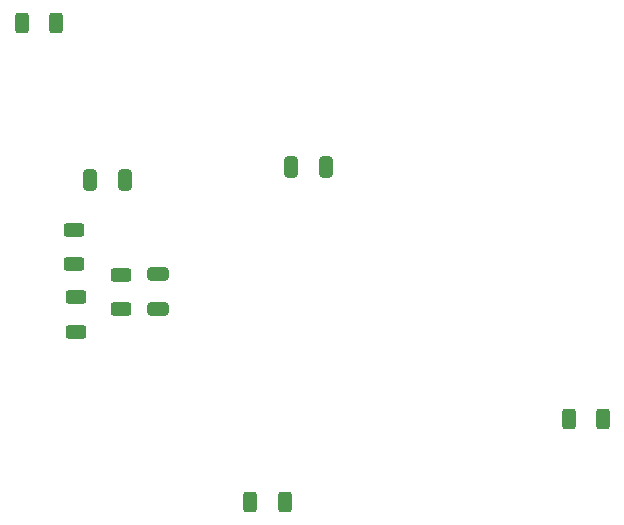
<source format=gbr>
%TF.GenerationSoftware,KiCad,Pcbnew,8.0.9*%
%TF.CreationDate,2025-04-23T17:18:56+02:00*%
%TF.ProjectId,Dijous_D_Combustible,44696a6f-7573-45f4-945f-436f6d627573,rev?*%
%TF.SameCoordinates,Original*%
%TF.FileFunction,Paste,Bot*%
%TF.FilePolarity,Positive*%
%FSLAX46Y46*%
G04 Gerber Fmt 4.6, Leading zero omitted, Abs format (unit mm)*
G04 Created by KiCad (PCBNEW 8.0.9) date 2025-04-23 17:18:56*
%MOMM*%
%LPD*%
G01*
G04 APERTURE LIST*
G04 Aperture macros list*
%AMRoundRect*
0 Rectangle with rounded corners*
0 $1 Rounding radius*
0 $2 $3 $4 $5 $6 $7 $8 $9 X,Y pos of 4 corners*
0 Add a 4 corners polygon primitive as box body*
4,1,4,$2,$3,$4,$5,$6,$7,$8,$9,$2,$3,0*
0 Add four circle primitives for the rounded corners*
1,1,$1+$1,$2,$3*
1,1,$1+$1,$4,$5*
1,1,$1+$1,$6,$7*
1,1,$1+$1,$8,$9*
0 Add four rect primitives between the rounded corners*
20,1,$1+$1,$2,$3,$4,$5,0*
20,1,$1+$1,$4,$5,$6,$7,0*
20,1,$1+$1,$6,$7,$8,$9,0*
20,1,$1+$1,$8,$9,$2,$3,0*%
G04 Aperture macros list end*
%ADD10RoundRect,0.250000X0.312500X0.625000X-0.312500X0.625000X-0.312500X-0.625000X0.312500X-0.625000X0*%
%ADD11RoundRect,0.250000X0.625000X-0.312500X0.625000X0.312500X-0.625000X0.312500X-0.625000X-0.312500X0*%
%ADD12RoundRect,0.250000X-0.325000X-0.650000X0.325000X-0.650000X0.325000X0.650000X-0.325000X0.650000X0*%
%ADD13RoundRect,0.250000X-0.650000X0.325000X-0.650000X-0.325000X0.650000X-0.325000X0.650000X0.325000X0*%
%ADD14RoundRect,0.250000X0.325000X0.650000X-0.325000X0.650000X-0.325000X-0.650000X0.325000X-0.650000X0*%
%ADD15RoundRect,0.250000X-0.625000X0.312500X-0.625000X-0.312500X0.625000X-0.312500X0.625000X0.312500X0*%
G04 APERTURE END LIST*
D10*
%TO.C,R8*%
X143111500Y-76911000D03*
X140186500Y-76911000D03*
%TD*%
D11*
%TO.C,R1*%
X148590000Y-101157500D03*
X148590000Y-98232500D03*
%TD*%
D10*
%TO.C,R4*%
X189422500Y-110490000D03*
X186497500Y-110490000D03*
%TD*%
D12*
%TO.C,C4*%
X146025000Y-90250000D03*
X148975000Y-90250000D03*
%TD*%
D13*
%TO.C,C1*%
X151765000Y-98220000D03*
X151765000Y-101170000D03*
%TD*%
D10*
%TO.C,R5*%
X162462500Y-117500000D03*
X159537500Y-117500000D03*
%TD*%
D14*
%TO.C,C9*%
X165940000Y-89154000D03*
X162990000Y-89154000D03*
%TD*%
D15*
%TO.C,R2*%
X144780000Y-100137500D03*
X144780000Y-103062500D03*
%TD*%
%TO.C,R3*%
X144653000Y-94422500D03*
X144653000Y-97347500D03*
%TD*%
M02*

</source>
